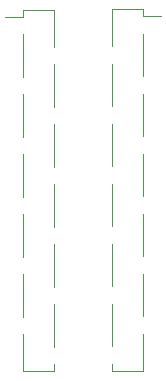
<source format=gbr>
%TF.GenerationSoftware,KiCad,Pcbnew,(5.99.0-7356-g63088e8bdb)*%
%TF.CreationDate,2021-07-04T12:00:28+08:00*%
%TF.ProjectId,DualPowerOctalTransceiver,4475616c-506f-4776-9572-4f6374616c54,rev?*%
%TF.SameCoordinates,Original*%
%TF.FileFunction,Legend,Bot*%
%TF.FilePolarity,Positive*%
%FSLAX46Y46*%
G04 Gerber Fmt 4.6, Leading zero omitted, Abs format (unit mm)*
G04 Created by KiCad (PCBNEW (5.99.0-7356-g63088e8bdb)) date 2021-07-04 12:00:28*
%MOMM*%
%LPD*%
G01*
G04 APERTURE LIST*
%ADD10C,0.120000*%
G04 APERTURE END LIST*
D10*
%TO.C,J2*%
X117720000Y-81700000D02*
X117720000Y-82270000D01*
X120380000Y-51670000D02*
X120380000Y-52240000D01*
X117720000Y-56300000D02*
X117720000Y-59860000D01*
X120380000Y-74080000D02*
X120380000Y-77640000D01*
X120380000Y-58840000D02*
X120380000Y-62400000D01*
X117720000Y-76620000D02*
X117720000Y-80180000D01*
X120380000Y-52240000D02*
X121900000Y-52240000D01*
X120380000Y-79160000D02*
X120380000Y-82270000D01*
X120380000Y-51670000D02*
X117720000Y-51670000D01*
X120380000Y-82270000D02*
X117720000Y-82270000D01*
X120380000Y-53760000D02*
X120380000Y-57320000D01*
X117720000Y-61380000D02*
X117720000Y-64940000D01*
X120380000Y-63920000D02*
X120380000Y-67480000D01*
X117720000Y-51670000D02*
X117720000Y-54780000D01*
X120380000Y-69000000D02*
X120380000Y-72560000D01*
X117720000Y-71540000D02*
X117720000Y-75100000D01*
X117720000Y-66460000D02*
X117720000Y-70020000D01*
%TO.C,J1*%
X112830000Y-56330000D02*
X112830000Y-59890000D01*
X112830000Y-81730000D02*
X112830000Y-82300000D01*
X112830000Y-51700000D02*
X112830000Y-54810000D01*
X110170000Y-52270000D02*
X108650000Y-52270000D01*
X112830000Y-51700000D02*
X110170000Y-51700000D01*
X110170000Y-53790000D02*
X110170000Y-57350000D01*
X110170000Y-79190000D02*
X110170000Y-82300000D01*
X112830000Y-61410000D02*
X112830000Y-64970000D01*
X112830000Y-82300000D02*
X110170000Y-82300000D01*
X110170000Y-74110000D02*
X110170000Y-77670000D01*
X110170000Y-58870000D02*
X110170000Y-62430000D01*
X112830000Y-71570000D02*
X112830000Y-75130000D01*
X112830000Y-76650000D02*
X112830000Y-80210000D01*
X112830000Y-66490000D02*
X112830000Y-70050000D01*
X110170000Y-51700000D02*
X110170000Y-52270000D01*
X110170000Y-69030000D02*
X110170000Y-72590000D01*
X110170000Y-63950000D02*
X110170000Y-67510000D01*
%TD*%
M02*

</source>
